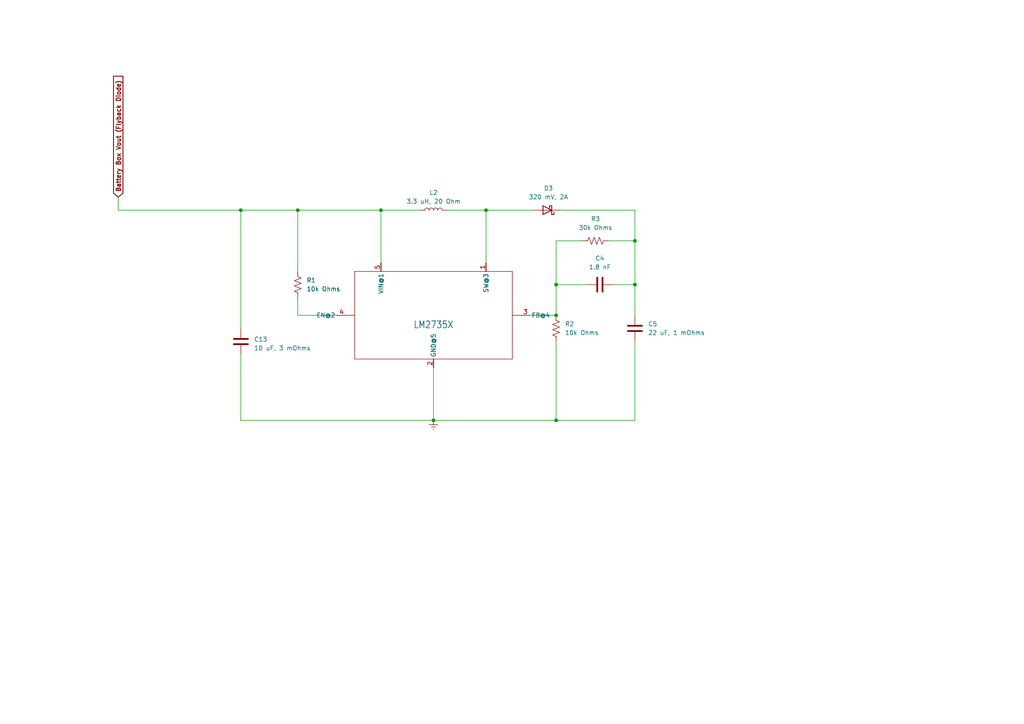
<source format=kicad_sch>
(kicad_sch (version 20231120) (generator "eeschema") (generator_version "8.0")
  (paper "A4")
  (lib_symbols
    (symbol "2024-09-27_13-12-28-eagle-import:LM2735XMF/NOPBLM2735XMF/NOPB"
      (symbol "LM2735XMF/NOPBLM2735XMF/NOPB_1_0"
        (polyline (pts (xy -25.4 0) (xy -22.86 0)) (stroke (width 0.1524)))
        (polyline (pts (xy -22.86 -12.7) (xy -22.86 12.7)) (stroke (width 0.1524)))
        (polyline (pts (xy -22.86 12.7) (xy 22.86 12.7)) (stroke (width 0.1524)))
        (polyline (pts (xy -15.24 15.24) (xy -15.24 12.7)) (stroke (width 0.1524)))
        (polyline (pts (xy 0 -15.24) (xy 0 -12.7)) (stroke (width 0.1524)))
        (polyline (pts (xy 15.24 15.24) (xy 15.24 12.7)) (stroke (width 0.1524)))
        (polyline (pts (xy 22.86 -12.7) (xy -22.86 -12.7)) (stroke (width 0.1524)))
        (polyline (pts (xy 22.86 12.7) (xy 22.86 -12.7)) (stroke (width 0.1524)))
        (polyline (pts (xy 25.4 0) (xy 22.86 0)) (stroke (width 0.1524)))
        (pin passive line (at 15.24 15.24 270) (length 2.54) (name "SW@3") (number "1"))
        (pin passive line (at 0 -15.24 90) (length 2.54) (name "GND@5") (number "2"))
        (pin passive line (at 25.4 0 0) (length 2.54) (name "FB@4") (number "3"))
        (pin passive line (at -25.4 0 180) (length 2.54) (name "EN@2") (number "4"))
        (pin passive line (at -15.24 15.24 270) (length 2.54) (name "VIN@1") (number "5"))
      )
    )
    (symbol "Device:C" (pin_numbers hide) (pin_names (offset 0.254))
      (property "Reference" "C" (at 0.635 2.54 0))
      (property "Value" "C" (at 0.635 -2.54 0))
      (symbol "C_0_1"
        (polyline (pts (xy -2.032 -0.762) (xy 2.032 -0.762)) (stroke (width 0.508)))
        (polyline (pts (xy -2.032 0.762) (xy 2.032 0.762)) (stroke (width 0.508)))
      )
      (symbol "C_1_1"
        (pin passive line (at 0 3.81 270) (length 2.794) (name "~") (number "1"))
        (pin passive line (at 0 -3.81 90) (length 2.794) (name "~") (number "2"))
      )
    )
    (symbol "Device:D_Schottky" (pin_numbers hide) (pin_names (offset 1.016) hide)
      (property "Reference" "D" (at 0 2.54 0))
      (property "Value" "D_Schottky" (at 0 -2.54 0))
      (symbol "D_Schottky_0_1"
        (polyline (pts (xy 1.27 0) (xy -1.27 0)))
        (polyline (pts (xy 1.27 1.27) (xy 1.27 -1.27) (xy -1.27 0) (xy 1.27 1.27)) (stroke (width 0.254)))
        (polyline (pts (xy -1.905 0.635) (xy -1.905 1.27) (xy -1.27 1.27) (xy -1.27 -1.27) (xy -0.635 -1.27) (xy -0.635 -0.635)) (stroke (width 0.254)))
      )
      (symbol "D_Schottky_1_1"
        (pin passive line (at -3.81 0 0) (length 2.54) (name "K") (number "1"))
        (pin passive line (at 3.81 0 180) (length 2.54) (name "A") (number "2"))
      )
    )
    (symbol "Device:L" (pin_numbers hide) (pin_names (offset 1.016) hide)
      (property "Reference" "L" (at -1.27 0 90))
      (property "Value" "L" (at 1.905 0 90))
      (symbol "L_0_1"
        (arc (start 0 -2.54) (mid 0.6323 -1.905) (end 0 -1.27))
        (arc (start 0 -1.27) (mid 0.6323 -0.635) (end 0 0))
        (arc (start 0 0) (mid 0.6323 0.635) (end 0 1.27))
        (arc (start 0 1.27) (mid 0.6323 1.905) (end 0 2.54))
      )
      (symbol "L_1_1"
        (pin passive line (at 0 3.81 270) (length 1.27) (name "1") (number "1"))
        (pin passive line (at 0 -3.81 90) (length 1.27) (name "2") (number "2"))
      )
    )
    (symbol "Device:R_US" (pin_numbers hide) (pin_names (offset 0))
      (property "Reference" "R" (at 2.54 0 90))
      (property "Value" "R_US" (at -2.54 0 90))
      (symbol "R_US_0_1"
        (polyline (pts (xy 0 -2.286) (xy 0 -2.54)))
        (polyline (pts (xy 0 2.286) (xy 0 2.54)))
        (polyline (pts (xy 0 -0.762) (xy 1.016 -1.143) (xy 0 -1.524) (xy -1.016 -1.905) (xy 0 -2.286)))
        (polyline (pts (xy 0 0.762) (xy 1.016 0.381) (xy 0 0) (xy -1.016 -0.381) (xy 0 -0.762)))
        (polyline (pts (xy 0 2.286) (xy 1.016 1.905) (xy 0 1.524) (xy -1.016 1.143) (xy 0 0.762)))
      )
      (symbol "R_US_1_1"
        (pin passive line (at 0 3.81 270) (length 1.27) (name "~") (number "1"))
        (pin passive line (at 0 -3.81 90) (length 1.27) (name "~") (number "2"))
      )
    )
    (symbol "power:Earth" (power) (pin_names (offset 0))
      (symbol "Earth_0_1"
        (polyline (pts (xy -0.635 -1.905) (xy 0.635 -1.905)))
        (polyline (pts (xy -0.127 -2.54) (xy 0.127 -2.54)))
        (polyline (pts (xy 0 -1.27) (xy 0 0)))
        (polyline (pts (xy 1.27 -1.27) (xy -1.27 -1.27)))
      )
      (symbol "Earth_1_1"
        (pin power_in line (at 0 0 270) (length 0) hide (name "Earth") (number "1"))
      )
    )
  )
  (junction (at 125.73 121.92))
  (junction (at 140.97 60.96))
  (junction (at 161.29 91.44))
  (junction (at 184.15 82.55))
  (junction (at 110.49 60.96))
  (junction (at 161.29 121.92))
  (junction (at 69.85 60.96))
  (junction (at 184.15 69.85))
  (junction (at 86.36 60.96))
  (junction (at 161.29 82.55))
  (wire (pts (xy 69.85 60.96) (xy 86.36 60.96)))
  (wire (pts (xy 161.29 69.85) (xy 168.91 69.85)))
  (wire (pts (xy 151.13 91.44) (xy 161.29 91.44)))
  (wire (pts (xy 110.49 60.96) (xy 121.92 60.96)))
  (wire (pts (xy 161.29 69.85) (xy 161.29 82.55)))
  (wire (pts (xy 184.15 99.06) (xy 184.15 121.92)))
  (wire (pts (xy 86.36 60.96) (xy 110.49 60.96)))
  (wire (pts (xy 184.15 60.96) (xy 184.15 69.85)))
  (wire (pts (xy 140.97 76.2) (xy 140.97 60.96)))
  (wire (pts (xy 100.33 91.44) (xy 86.36 91.44)))
  (wire (pts (xy 140.97 60.96) (xy 154.94 60.96)))
  (wire (pts (xy 86.36 91.44) (xy 86.36 86.36)))
  (wire (pts (xy 69.85 60.96) (xy 69.85 95.25)))
  (wire (pts (xy 69.85 102.87) (xy 69.85 121.92)))
  (wire (pts (xy 177.8 82.55) (xy 184.15 82.55)))
  (wire (pts (xy 184.15 82.55) (xy 184.15 91.44)))
  (wire (pts (xy 125.73 106.68) (xy 125.73 121.92)))
  (wire (pts (xy 69.85 60.96) (xy 34.29 60.96)))
  (wire (pts (xy 161.29 99.06) (xy 161.29 121.92)))
  (wire (pts (xy 86.36 78.74) (xy 86.36 60.96)))
  (wire (pts (xy 69.85 121.92) (xy 125.73 121.92)))
  (wire (pts (xy 184.15 69.85) (xy 184.15 82.55)))
  (wire (pts (xy 161.29 121.92) (xy 125.73 121.92)))
  (wire (pts (xy 161.29 82.55) (xy 161.29 91.44)))
  (wire (pts (xy 110.49 76.2) (xy 110.49 60.96)))
  (wire (pts (xy 161.29 82.55) (xy 170.18 82.55)))
  (wire (pts (xy 184.15 121.92) (xy 161.29 121.92)))
  (wire (pts (xy 140.97 60.96) (xy 129.54 60.96)))
  (wire (pts (xy 34.29 60.96) (xy 34.29 57.15)))
  (wire (pts (xy 176.53 69.85) (xy 184.15 69.85)))
  (wire (pts (xy 162.56 60.96) (xy 184.15 60.96)))
  (global_label "Battery Box Vout (Flyback Diode)" (shape input) (at 34.29 57.15 90) (effects (font (bold yes))) (property "Intersheetrefs" "${INTERSHEET_REFS}" (effects (hide yes))))
  (symbol (lib_id "Device:C") (at 173.99 82.55 90) (unit 1)
    (property "Reference" "C4" (at 173.99 74.93 90))
    (property "Value" "1.8 nF" (at 173.99 77.47 90))
  )
  (symbol (lib_id "Device:C") (at 69.85 99.06 0) (unit 1)
    (property "Reference" "C13" (at 73.66 98.425 0) (effects (justify left)))
    (property "Value" "10 uF, 3 mOhms" (at 73.66 100.965 0) (effects (justify left)))
  )
  (symbol (lib_id "power:Earth") (at 125.73 121.92 0) (unit 1)
    (property "Reference" "#PWR09" (effects (hide yes)))
    (property "Value" "Earth" (effects (hide yes)))
  )
  (symbol (lib_id "Device:L") (at 125.73 60.96 90) (unit 1)
    (property "Reference" "L2" (at 125.73 55.88 90))
    (property "Value" "3.3 uH, 20 Ohm" (at 125.73 58.42 90))
  )
  (symbol (lib_id "2024-09-27_13-12-28-eagle-import:LM2735XMF/NOPBLM2735XMF/NOPB") (at 125.73 91.44 0) (unit 1)
    (property "Reference" "U11" (effects (hide yes)))
    (property "Value" "LM2735X" (at 125.73 95.25 0) (effects (font (size 2 1.7)) (justify bottom)))
    (property "Footprint" "Boost Converter Chip:MF05A" (effects (hide yes)))
  )
  (symbol (lib_id "Device:R_US") (at 172.72 69.85 90) (unit 1)
    (property "Reference" "R3" (at 172.72 63.5 90))
    (property "Value" "30k Ohms" (at 172.72 66.04 90))
  )
  (symbol (lib_id "Device:R_US") (at 161.29 95.25 0) (unit 1)
    (property "Reference" "R2" (at 163.83 93.9799 0) (effects (justify left)))
    (property "Value" "10k Ohms" (at 163.83 96.5199 0) (effects (justify left)))
  )
  (symbol (lib_id "Device:C") (at 184.15 95.25 0) (unit 1)
    (property "Reference" "C5" (at 187.96 93.9799 0) (effects (justify left)))
    (property "Value" "22 uF, 1 mOhms" (at 187.96 96.5199 0) (effects (justify left)))
  )
  (symbol (lib_id "Device:D_Schottky") (at 158.75 60.96 180) (unit 1)
    (property "Reference" "D3" (at 159.0675 54.61 0))
    (property "Value" "320 mV, 2A" (at 159.0675 57.15 0))
  )
  (symbol (lib_id "Device:R_US") (at 86.36 82.55 0) (unit 1)
    (property "Reference" "R1" (at 88.9 81.2799 0) (effects (justify left)))
    (property "Value" "10k Ohms" (at 88.9 83.8199 0) (effects (justify left)))
  )
)
</source>
